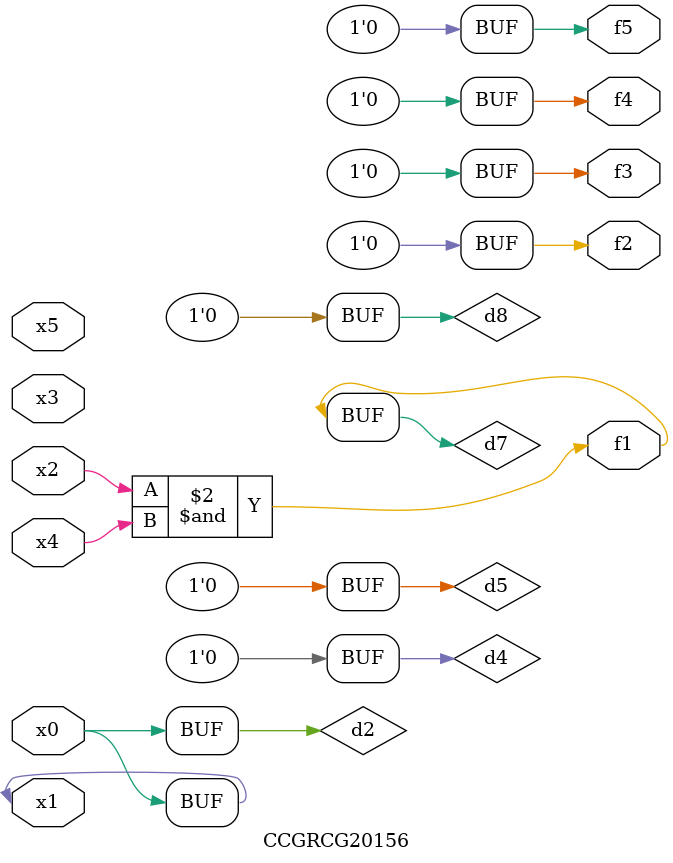
<source format=v>
module CCGRCG20156(
	input x0, x1, x2, x3, x4, x5,
	output f1, f2, f3, f4, f5
);

	wire d1, d2, d3, d4, d5, d6, d7, d8, d9;

	nand (d1, x1);
	buf (d2, x0, x1);
	nand (d3, x2, x4);
	and (d4, d1, d2);
	and (d5, d1, d2);
	nand (d6, d1, d3);
	not (d7, d3);
	xor (d8, d5);
	nor (d9, d5, d6);
	assign f1 = d7;
	assign f2 = d8;
	assign f3 = d8;
	assign f4 = d8;
	assign f5 = d8;
endmodule

</source>
